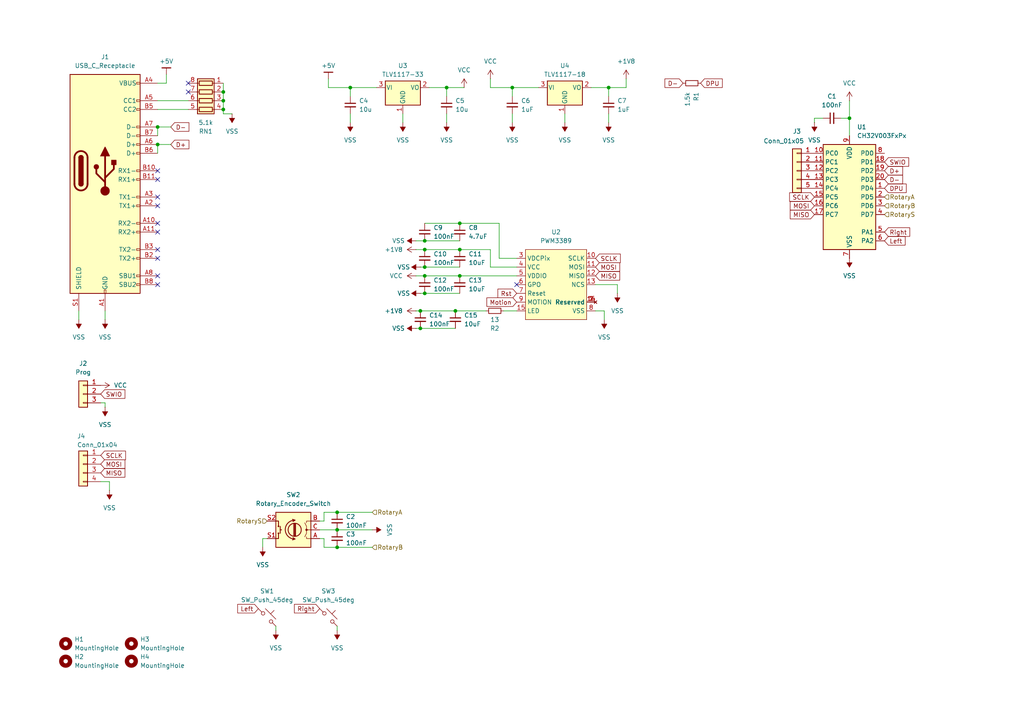
<source format=kicad_sch>
(kicad_sch (version 20231120) (generator "eeschema") (generator_version "8.0")
  (paper "A4")
  (lib_symbols
    (symbol "Connector:USB_C_Receptacle" (pin_names (offset 1.016))
      (property "Reference" "J" (at -10.16 29.21 0))
      (property "Value" "USB_C_Receptacle" (at 10.16 29.21 0))
      (symbol "USB_C_Receptacle_0_0"
        (rectangle (start -0.254 -35.56) (end 0.254 -34.544))
        (rectangle (start 10.16 -32.766) (end 9.144 -33.274))
        (rectangle (start 10.16 -30.226) (end 9.144 -30.734))
        (rectangle (start 10.16 -25.146) (end 9.144 -25.654))
        (rectangle (start 10.16 -22.606) (end 9.144 -23.114))
        (rectangle (start 10.16 -17.526) (end 9.144 -18.034))
        (rectangle (start 10.16 -14.986) (end 9.144 -15.494))
        (rectangle (start 10.16 -9.906) (end 9.144 -10.414))
        (rectangle (start 10.16 -7.366) (end 9.144 -7.874))
        (rectangle (start 10.16 -2.286) (end 9.144 -2.794))
        (rectangle (start 10.16 0.254) (end 9.144 -0.254))
        (rectangle (start 10.16 5.334) (end 9.144 4.826))
        (rectangle (start 10.16 7.874) (end 9.144 7.366))
        (rectangle (start 10.16 10.414) (end 9.144 9.906))
        (rectangle (start 10.16 12.954) (end 9.144 12.446))
        (rectangle (start 10.16 18.034) (end 9.144 17.526))
        (rectangle (start 10.16 20.574) (end 9.144 20.066))
        (rectangle (start 10.16 25.654) (end 9.144 25.146))
      )
      (symbol "USB_C_Receptacle_0_1"
        (rectangle (start -10.16 27.94) (end 10.16 -35.56) (stroke (width 0.254)) (fill (type background)))
        (arc (start -8.89 -3.81) (mid -6.985 -5.7067) (end -5.08 -3.81) (stroke (width 0.508)))
        (arc (start -7.62 -3.81) (mid -6.985 -4.4423) (end -6.35 -3.81) (stroke (width 0.254)))
        (arc (start -7.62 -3.81) (mid -6.985 -4.4423) (end -6.35 -3.81) (stroke (width 0.254)) (fill (type outline)))
        (rectangle (start -7.62 -3.81) (end -6.35 3.81) (stroke (width 0.254)) (fill (type outline)))
        (arc (start -6.35 3.81) (mid -6.985 4.4423) (end -7.62 3.81) (stroke (width 0.254)))
        (arc (start -6.35 3.81) (mid -6.985 4.4423) (end -7.62 3.81) (stroke (width 0.254)) (fill (type outline)))
        (arc (start -5.08 3.81) (mid -6.985 5.7067) (end -8.89 3.81) (stroke (width 0.508)))
        (polyline (pts (xy -8.89 -3.81) (xy -8.89 3.81)) (stroke (width 0.508)))
        (polyline (pts (xy -5.08 3.81) (xy -5.08 -3.81)) (stroke (width 0.508)))
      )
      (symbol "USB_C_Receptacle_1_1"
        (circle (center -2.54 1.143) (radius 0.635) (stroke (width 0.254)) (fill (type outline)))
        (circle (center 0 -5.842) (radius 1.27) (fill (type outline)))
        (polyline (pts (xy 0 -5.842) (xy 0 4.318)) (stroke (width 0.508)))
        (polyline (pts (xy 0 -3.302) (xy -2.54 -0.762) (xy -2.54 0.508)) (stroke (width 0.508)))
        (polyline (pts (xy 0 -2.032) (xy 2.54 0.508) (xy 2.54 1.778)) (stroke (width 0.508)))
        (polyline (pts (xy -1.27 4.318) (xy 0 6.858) (xy 1.27 4.318) (xy -1.27 4.318)) (stroke (width 0.254)) (fill (type outline)))
        (rectangle (start 1.905 1.778) (end 3.175 3.048) (stroke (width 0.254)) (fill (type outline)))
        (pin passive line (at 0 -40.64 90) (length 5.08) (name "GND") (number "A1"))
        (pin bidirectional line (at 15.24 -15.24 180) (length 5.08) (name "RX2-") (number "A10"))
        (pin bidirectional line (at 15.24 -17.78 180) (length 5.08) (name "RX2+") (number "A11"))
        (pin passive line (at 0 -40.64 90) (length 5.08) hide (name "GND") (number "A12"))
        (pin bidirectional line (at 15.24 -10.16 180) (length 5.08) (name "TX1+") (number "A2"))
        (pin bidirectional line (at 15.24 -7.62 180) (length 5.08) (name "TX1-") (number "A3"))
        (pin passive line (at 15.24 25.4 180) (length 5.08) (name "VBUS") (number "A4"))
        (pin bidirectional line (at 15.24 20.32 180) (length 5.08) (name "CC1") (number "A5"))
        (pin bidirectional line (at 15.24 7.62 180) (length 5.08) (name "D+") (number "A6"))
        (pin bidirectional line (at 15.24 12.7 180) (length 5.08) (name "D-") (number "A7"))
        (pin bidirectional line (at 15.24 -30.48 180) (length 5.08) (name "SBU1") (number "A8"))
        (pin passive line (at 15.24 25.4 180) (length 5.08) hide (name "VBUS") (number "A9"))
        (pin passive line (at 0 -40.64 90) (length 5.08) hide (name "GND") (number "B1"))
        (pin bidirectional line (at 15.24 0 180) (length 5.08) (name "RX1-") (number "B10"))
        (pin bidirectional line (at 15.24 -2.54 180) (length 5.08) (name "RX1+") (number "B11"))
        (pin passive line (at 0 -40.64 90) (length 5.08) hide (name "GND") (number "B12"))
        (pin bidirectional line (at 15.24 -25.4 180) (length 5.08) (name "TX2+") (number "B2"))
        (pin bidirectional line (at 15.24 -22.86 180) (length 5.08) (name "TX2-") (number "B3"))
        (pin passive line (at 15.24 25.4 180) (length 5.08) hide (name "VBUS") (number "B4"))
        (pin bidirectional line (at 15.24 17.78 180) (length 5.08) (name "CC2") (number "B5"))
        (pin bidirectional line (at 15.24 5.08 180) (length 5.08) (name "D+") (number "B6"))
        (pin bidirectional line (at 15.24 10.16 180) (length 5.08) (name "D-") (number "B7"))
        (pin bidirectional line (at 15.24 -33.02 180) (length 5.08) (name "SBU2") (number "B8"))
        (pin passive line (at 15.24 25.4 180) (length 5.08) hide (name "VBUS") (number "B9"))
        (pin passive line (at -7.62 -40.64 90) (length 5.08) (name "SHIELD") (number "S1"))
      )
    )
    (symbol "Connector_Generic:Conn_01x03" (pin_names (offset 1.016) hide)
      (property "Reference" "J" (at 0 5.08 0))
      (property "Value" "Conn_01x03" (at 0 -5.08 0))
      (symbol "Conn_01x03_1_1"
        (rectangle (start -1.27 -2.413) (end 0 -2.667) (stroke (width 0.1524)))
        (rectangle (start -1.27 0.127) (end 0 -0.127) (stroke (width 0.1524)))
        (rectangle (start -1.27 2.667) (end 0 2.413) (stroke (width 0.1524)))
        (rectangle (start -1.27 3.81) (end 1.27 -3.81) (stroke (width 0.254)) (fill (type background)))
        (pin passive line (at -5.08 2.54 0) (length 3.81) (name "Pin_1") (number "1"))
        (pin passive line (at -5.08 0 0) (length 3.81) (name "Pin_2") (number "2"))
        (pin passive line (at -5.08 -2.54 0) (length 3.81) (name "Pin_3") (number "3"))
      )
    )
    (symbol "Connector_Generic:Conn_01x04" (pin_names (offset 1.016) hide)
      (property "Reference" "J" (at 0 5.08 0))
      (property "Value" "Conn_01x04" (at 0 -7.62 0))
      (symbol "Conn_01x04_1_1"
        (rectangle (start -1.27 -4.953) (end 0 -5.207) (stroke (width 0.1524)))
        (rectangle (start -1.27 -2.413) (end 0 -2.667) (stroke (width 0.1524)))
        (rectangle (start -1.27 0.127) (end 0 -0.127) (stroke (width 0.1524)))
        (rectangle (start -1.27 2.667) (end 0 2.413) (stroke (width 0.1524)))
        (rectangle (start -1.27 3.81) (end 1.27 -6.35) (stroke (width 0.254)) (fill (type background)))
        (pin passive line (at -5.08 2.54 0) (length 3.81) (name "Pin_1") (number "1"))
        (pin passive line (at -5.08 0 0) (length 3.81) (name "Pin_2") (number "2"))
        (pin passive line (at -5.08 -2.54 0) (length 3.81) (name "Pin_3") (number "3"))
        (pin passive line (at -5.08 -5.08 0) (length 3.81) (name "Pin_4") (number "4"))
      )
    )
    (symbol "Connector_Generic:Conn_01x05" (pin_names (offset 1.016) hide)
      (property "Reference" "J" (at 0 7.62 0))
      (property "Value" "Conn_01x05" (at 0 -7.62 0))
      (symbol "Conn_01x05_1_1"
        (rectangle (start -1.27 -4.953) (end 0 -5.207) (stroke (width 0.1524)))
        (rectangle (start -1.27 -2.413) (end 0 -2.667) (stroke (width 0.1524)))
        (rectangle (start -1.27 0.127) (end 0 -0.127) (stroke (width 0.1524)))
        (rectangle (start -1.27 2.667) (end 0 2.413) (stroke (width 0.1524)))
        (rectangle (start -1.27 5.207) (end 0 4.953) (stroke (width 0.1524)))
        (rectangle (start -1.27 6.35) (end 1.27 -6.35) (stroke (width 0.254)) (fill (type background)))
        (pin passive line (at -5.08 5.08 0) (length 3.81) (name "Pin_1") (number "1"))
        (pin passive line (at -5.08 2.54 0) (length 3.81) (name "Pin_2") (number "2"))
        (pin passive line (at -5.08 0 0) (length 3.81) (name "Pin_3") (number "3"))
        (pin passive line (at -5.08 -2.54 0) (length 3.81) (name "Pin_4") (number "4"))
        (pin passive line (at -5.08 -5.08 0) (length 3.81) (name "Pin_5") (number "5"))
      )
    )
    (symbol "Device:C_Small" (pin_numbers hide) (pin_names (offset 0.254) hide)
      (property "Reference" "C" (at 0.254 1.778 0))
      (property "Value" "C_Small" (at 0.254 -2.032 0))
      (symbol "C_Small_0_1"
        (polyline (pts (xy -1.524 -0.508) (xy 1.524 -0.508)) (stroke (width 0.3302)))
        (polyline (pts (xy -1.524 0.508) (xy 1.524 0.508)) (stroke (width 0.3048)))
      )
      (symbol "C_Small_1_1"
        (pin passive line (at 0 2.54 270) (length 2.032) (name "~") (number "1"))
        (pin passive line (at 0 -2.54 90) (length 2.032) (name "~") (number "2"))
      )
    )
    (symbol "Device:R_Pack04" (pin_names (offset 0) hide)
      (property "Reference" "RN" (at -7.62 0 90))
      (property "Value" "R_Pack04" (at 5.08 0 90))
      (symbol "R_Pack04_0_1"
        (rectangle (start -6.35 -2.413) (end 3.81 2.413) (stroke (width 0.254)) (fill (type background)))
        (rectangle (start -5.715 1.905) (end -4.445 -1.905) (stroke (width 0.254)))
        (rectangle (start -3.175 1.905) (end -1.905 -1.905) (stroke (width 0.254)))
        (rectangle (start -0.635 1.905) (end 0.635 -1.905) (stroke (width 0.254)))
        (polyline (pts (xy -5.08 -2.54) (xy -5.08 -1.905)))
        (polyline (pts (xy -5.08 1.905) (xy -5.08 2.54)))
        (polyline (pts (xy -2.54 -2.54) (xy -2.54 -1.905)))
        (polyline (pts (xy -2.54 1.905) (xy -2.54 2.54)))
        (polyline (pts (xy 0 -2.54) (xy 0 -1.905)))
        (polyline (pts (xy 0 1.905) (xy 0 2.54)))
        (polyline (pts (xy 2.54 -2.54) (xy 2.54 -1.905)))
        (polyline (pts (xy 2.54 1.905) (xy 2.54 2.54)))
        (rectangle (start 1.905 1.905) (end 3.175 -1.905) (stroke (width 0.254)))
      )
      (symbol "R_Pack04_1_1"
        (pin passive line (at -5.08 -5.08 90) (length 2.54) (name "R1.1") (number "1"))
        (pin passive line (at -2.54 -5.08 90) (length 2.54) (name "R2.1") (number "2"))
        (pin passive line (at 0 -5.08 90) (length 2.54) (name "R3.1") (number "3"))
        (pin passive line (at 2.54 -5.08 90) (length 2.54) (name "R4.1") (number "4"))
        (pin passive line (at 2.54 5.08 270) (length 2.54) (name "R4.2") (number "5"))
        (pin passive line (at 0 5.08 270) (length 2.54) (name "R3.2") (number "6"))
        (pin passive line (at -2.54 5.08 270) (length 2.54) (name "R2.2") (number "7"))
        (pin passive line (at -5.08 5.08 270) (length 2.54) (name "R1.2") (number "8"))
      )
    )
    (symbol "Device:R_Small" (pin_numbers hide) (pin_names (offset 0.254) hide)
      (property "Reference" "R" (at 0.762 0.508 0))
      (property "Value" "R_Small" (at 0.762 -1.016 0))
      (symbol "R_Small_0_1"
        (rectangle (start -0.762 1.778) (end 0.762 -1.778) (stroke (width 0.2032)))
      )
      (symbol "R_Small_1_1"
        (pin passive line (at 0 2.54 270) (length 0.762) (name "~") (number "1"))
        (pin passive line (at 0 -2.54 90) (length 0.762) (name "~") (number "2"))
      )
    )
    (symbol "Device:Rotary_Encoder_Switch" (pin_names (offset 0.254) hide)
      (property "Reference" "SW" (at 0 6.604 0))
      (property "Value" "Rotary_Encoder_Switch" (at 0 -6.604 0))
      (symbol "Rotary_Encoder_Switch_0_1"
        (rectangle (start -5.08 5.08) (end 5.08 -5.08) (stroke (width 0.254)) (fill (type background)))
        (circle (center -3.81 0) (radius 0.254) (fill (type outline)))
        (arc (start -0.381 -2.794) (mid 2.3376 -0.0635) (end -0.381 2.667) (stroke (width 0.254)))
        (circle (center -0.381 0) (radius 1.905) (stroke (width 0.254)))
        (polyline (pts (xy -0.635 -1.778) (xy -0.635 1.778)) (stroke (width 0.254)))
        (polyline (pts (xy -0.381 -1.778) (xy -0.381 1.778)) (stroke (width 0.254)))
        (polyline (pts (xy -0.127 1.778) (xy -0.127 -1.778)) (stroke (width 0.254)))
        (polyline (pts (xy 3.81 0) (xy 3.429 0)) (stroke (width 0.254)))
        (polyline (pts (xy 3.81 1.016) (xy 3.81 -1.016)) (stroke (width 0.254)))
        (polyline (pts (xy -5.08 -2.54) (xy -3.81 -2.54) (xy -3.81 -2.032)))
        (polyline (pts (xy -5.08 2.54) (xy -3.81 2.54) (xy -3.81 2.032)))
        (polyline (pts (xy 0.254 -3.048) (xy -0.508 -2.794) (xy 0.127 -2.413)) (stroke (width 0.254)))
        (polyline (pts (xy 0.254 2.921) (xy -0.508 2.667) (xy 0.127 2.286)) (stroke (width 0.254)))
        (polyline (pts (xy 5.08 -2.54) (xy 4.318 -2.54) (xy 4.318 -1.016)) (stroke (width 0.254)))
        (polyline (pts (xy 5.08 2.54) (xy 4.318 2.54) (xy 4.318 1.016)) (stroke (width 0.254)))
        (polyline (pts (xy -5.08 0) (xy -3.81 0) (xy -3.81 -1.016) (xy -3.302 -2.032)))
        (polyline (pts (xy -4.318 0) (xy -3.81 0) (xy -3.81 1.016) (xy -3.302 2.032)))
        (circle (center 4.318 -1.016) (radius 0.127) (stroke (width 0.254)))
        (circle (center 4.318 1.016) (radius 0.127) (stroke (width 0.254)))
      )
      (symbol "Rotary_Encoder_Switch_1_1"
        (pin passive line (at -7.62 2.54 0) (length 2.54) (name "A") (number "A"))
        (pin passive line (at -7.62 -2.54 0) (length 2.54) (name "B") (number "B"))
        (pin passive line (at -7.62 0 0) (length 2.54) (name "C") (number "C"))
        (pin passive line (at 7.62 2.54 180) (length 2.54) (name "S1") (number "S1"))
        (pin passive line (at 7.62 -2.54 180) (length 2.54) (name "S2") (number "S2"))
      )
    )
    (symbol "MCU_WCH_CH32V0:CH32V003FxPx"
      (property "Reference" "U" (at -7.62 17.78 0))
      (property "Value" "CH32V003FxPx" (at 7.62 17.78 0))
      (symbol "CH32V003FxPx_1_1"
        (rectangle (start -7.62 15.24) (end 7.62 -15.24) (stroke (width 0.254)) (fill (type background)))
        (pin bidirectional line (at 10.16 2.54 180) (length 2.54) (name "PD4") (number "1"))
        (pin bidirectional line (at -10.16 12.7 0) (length 2.54) (name "PC0") (number "10"))
        (pin bidirectional line (at -10.16 10.16 0) (length 2.54) (name "PC1") (number "11"))
        (pin bidirectional line (at -10.16 7.62 0) (length 2.54) (name "PC2") (number "12"))
        (pin bidirectional line (at -10.16 5.08 0) (length 2.54) (name "PC3") (number "13"))
        (pin bidirectional line (at -10.16 2.54 0) (length 2.54) (name "PC4") (number "14"))
        (pin bidirectional line (at -10.16 0 0) (length 2.54) (name "PC5") (number "15"))
        (pin bidirectional line (at -10.16 -2.54 0) (length 2.54) (name "PC6") (number "16"))
        (pin bidirectional line (at -10.16 -5.08 0) (length 2.54) (name "PC7") (number "17"))
        (pin bidirectional line (at 10.16 10.16 180) (length 2.54) (name "PD1") (number "18"))
        (pin bidirectional line (at 10.16 7.62 180) (length 2.54) (name "PD2") (number "19"))
        (pin bidirectional line (at 10.16 0 180) (length 2.54) (name "PD5") (number "2"))
        (pin bidirectional line (at 10.16 5.08 180) (length 2.54) (name "PD3") (number "20"))
        (pin bidirectional line (at 10.16 -2.54 180) (length 2.54) (name "PD6") (number "3"))
        (pin bidirectional line (at 10.16 -5.08 180) (length 2.54) (name "PD7") (number "4"))
        (pin bidirectional line (at 10.16 -10.16 180) (length 2.54) (name "PA1") (number "5"))
        (pin bidirectional line (at 10.16 -12.7 180) (length 2.54) (name "PA2") (number "6"))
        (pin power_in line (at 0 -17.78 90) (length 2.54) (name "VSS") (number "7"))
        (pin bidirectional line (at 10.16 12.7 180) (length 2.54) (name "PD0") (number "8"))
        (pin power_in line (at 0 17.78 270) (length 2.54) (name "VDD") (number "9"))
      )
    )
    (symbol "Mechanical:MountingHole" (pin_names (offset 1.016))
      (property "Reference" "H" (at 0 5.08 0))
      (property "Value" "MountingHole" (at 0 3.175 0))
      (symbol "MountingHole_0_1"
        (circle (center 0 0) (radius 1.27) (stroke (width 1.27)))
      )
    )
    (symbol "Regulator_Linear:TLV1117-33" (pin_names (offset 0.254))
      (property "Reference" "U" (at -3.81 3.175 0))
      (property "Value" "TLV1117-33" (at 0 3.175 0))
      (symbol "TLV1117-33_0_1"
        (rectangle (start -5.08 -5.08) (end 5.08 1.905) (stroke (width 0.254)) (fill (type background)))
      )
      (symbol "TLV1117-33_1_1"
        (pin power_in line (at 0 -7.62 90) (length 2.54) (name "GND") (number "1"))
        (pin power_out line (at 7.62 0 180) (length 2.54) (name "VO") (number "2"))
        (pin power_in line (at -7.62 0 0) (length 2.54) (name "VI") (number "3"))
      )
    )
    (symbol "Switch:SW_Push_45deg" (pin_numbers hide) (pin_names (offset 1.016) hide)
      (property "Reference" "SW" (at 3.048 1.016 0))
      (property "Value" "SW_Push_45deg" (at 0 -3.81 0))
      (symbol "SW_Push_45deg_0_1"
        (circle (center -1.1684 1.1684) (radius 0.508))
        (polyline (pts (xy -0.508 2.54) (xy 2.54 -0.508)))
        (polyline (pts (xy 1.016 1.016) (xy 2.032 2.032)))
        (polyline (pts (xy -2.54 2.54) (xy -1.524 1.524) (xy -1.524 1.524)))
        (polyline (pts (xy 1.524 -1.524) (xy 2.54 -2.54) (xy 2.54 -2.54) (xy 2.54 -2.54)))
        (circle (center 1.143 -1.1938) (radius 0.508))
        (pin passive line (at -2.54 2.54 0) (length 0) (name "1") (number "1"))
        (pin passive line (at 2.54 -2.54 180) (length 0) (name "2") (number "2"))
      )
    )
    (symbol "UE_Module:PMW3389"
      (property "Reference" "U" (at -11.43 15.24 0))
      (property "Value" "PWM3389" (at -7.874 12.954 0))
      (symbol "PMW3389_1_1"
        (rectangle (start -12.7 11.43) (end 5.08 -8.89) (fill (type background)))
        (pin no_connect line (at 7.62 -3.81 180) (length 2.54) (name "Reserved") (number "1"))
        (pin input line (at 7.62 8.89 180) (length 2.54) (name "SCLK") (number "10"))
        (pin input line (at 7.62 6.35 180) (length 2.54) (name "MOSI") (number "11"))
        (pin input line (at 7.62 3.81 180) (length 2.54) (name "MISO") (number "12"))
        (pin input line (at 7.62 1.27 180) (length 2.54) (name "NCS") (number "13"))
        (pin no_connect line (at 7.62 -3.81 180) (length 2.54) (name "Reserved") (number "14"))
        (pin input line (at -15.24 -6.35 0) (length 2.54) (name "LED") (number "15"))
        (pin no_connect line (at 7.62 -3.81 180) (length 2.54) (name "Reserved") (number "16"))
        (pin no_connect line (at 7.62 -3.81 180) (length 2.54) (name "Reserved") (number "2"))
        (pin input line (at -15.24 8.89 0) (length 2.54) (name "VDCPix") (number "3"))
        (pin input line (at -15.24 6.35 0) (length 2.54) (name "VCC") (number "4"))
        (pin input line (at -15.24 3.81 0) (length 2.54) (name "VDDIO") (number "5"))
        (pin input line (at -15.24 1.27 0) (length 2.54) (name "GPO") (number "6"))
        (pin input line (at -15.24 -1.27 0) (length 2.54) (name "Reset") (number "7"))
        (pin input line (at 7.62 -6.35 180) (length 2.54) (name "VSS") (number "8"))
        (pin input line (at -15.24 -3.81 0) (length 2.54) (name "MOTION") (number "9"))
      )
    )
    (symbol "gkl_power:+5V" (power) (pin_names (offset 0))
      (property "Value" "+5V" (at 0 3.175 0))
      (symbol "+5V_0_1"
        (polyline (pts (xy -1.27 1.905) (xy 1.27 1.905)) (stroke (width 0.3048)))
        (polyline (pts (xy 0 0) (xy 0 1.905)))
      )
      (symbol "+5V_1_1"
        (pin power_in line (at 0 0 90) (length 0) hide (name "+5V") (number "1"))
      )
    )
    (symbol "power:+1V8" (power) (pin_numbers hide) (pin_names (offset 0) hide)
      (property "Value" "+1V8" (at 0 3.556 0))
      (symbol "+1V8_0_1"
        (polyline (pts (xy -0.762 1.27) (xy 0 2.54)))
        (polyline (pts (xy 0 0) (xy 0 2.54)))
        (polyline (pts (xy 0 2.54) (xy 0.762 1.27)))
      )
      (symbol "+1V8_1_1"
        (pin power_in line (at 0 0 90) (length 0) (name "~") (number "1"))
      )
    )
    (symbol "power:VCC" (power) (pin_numbers hide) (pin_names (offset 0) hide)
      (property "Value" "VCC" (at 0 3.556 0))
      (symbol "VCC_0_1"
        (polyline (pts (xy -0.762 1.27) (xy 0 2.54)))
        (polyline (pts (xy 0 0) (xy 0 2.54)))
        (polyline (pts (xy 0 2.54) (xy 0.762 1.27)))
      )
      (symbol "VCC_1_1"
        (pin power_in line (at 0 0 90) (length 0) (name "~") (number "1"))
      )
    )
    (symbol "power:VSS" (power) (pin_numbers hide) (pin_names (offset 0) hide)
      (property "Value" "VSS" (at 0 3.556 0))
      (symbol "VSS_0_1"
        (polyline (pts (xy 0 0) (xy 0 2.54)))
        (polyline (pts (xy 0.762 1.27) (xy -0.762 1.27) (xy 0 2.54) (xy 0.762 1.27)) (fill (type outline)))
      )
      (symbol "VSS_1_1"
        (pin power_in line (at 0 0 90) (length 0) (name "~") (number "1"))
      )
    )
  )
  (junction (at 97.79 153.67) (diameter 0.9144))
  (junction (at 64.77 26.67))
  (junction (at 123.19 72.39))
  (junction (at 45.72 41.91))
  (junction (at 123.19 80.01))
  (junction (at 123.19 69.85))
  (junction (at 97.79 148.59) (diameter 0.9144))
  (junction (at 64.77 31.75))
  (junction (at 176.53 25.4))
  (junction (at 133.35 80.01))
  (junction (at 45.72 36.83))
  (junction (at 123.19 85.09))
  (junction (at 97.79 158.75) (diameter 0.9144))
  (junction (at 64.77 29.21))
  (junction (at 129.54 25.4))
  (junction (at 133.35 64.77))
  (junction (at 121.92 90.17))
  (junction (at 121.92 95.25))
  (junction (at 133.35 72.39))
  (junction (at 246.38 34.29))
  (junction (at 101.6 25.4))
  (junction (at 148.59 25.4))
  (junction (at 123.19 77.47))
  (junction (at 132.08 90.17))
  (no_connect (at 45.72 52.07))
  (no_connect (at 45.72 57.15))
  (no_connect (at 45.72 67.31))
  (no_connect (at 45.72 74.93))
  (no_connect (at 149.86 82.55))
  (no_connect (at 45.72 59.69))
  (no_connect (at 45.72 82.55))
  (no_connect (at 54.61 26.67))
  (no_connect (at 54.61 24.13))
  (no_connect (at 45.72 72.39))
  (no_connect (at 45.72 49.53))
  (no_connect (at 45.72 64.77))
  (no_connect (at 45.72 80.01))
  (wire (pts (xy 120.65 95.25) (xy 121.92 95.25)))
  (wire (pts (xy 236.22 35.56) (xy 236.22 34.29)))
  (wire (pts (xy 179.07 82.55) (xy 172.72 82.55)))
  (wire (pts (xy 123.19 77.47) (xy 121.92 77.47)))
  (wire (pts (xy 30.48 116.84) (xy 29.21 116.84)))
  (wire (pts (xy 120.65 72.39) (xy 123.19 72.39)))
  (wire (pts (xy 236.22 34.29) (xy 238.76 34.29)))
  (wire (pts (xy 22.86 90.17) (xy 22.86 92.71)))
  (wire (pts (xy 142.24 77.47) (xy 149.86 77.47)))
  (wire (pts (xy 97.79 153.67) (xy 107.95 153.67)))
  (wire (pts (xy 181.61 22.86) (xy 181.61 25.4)))
  (wire (pts (xy 45.72 29.21) (xy 54.61 29.21)))
  (wire (pts (xy 132.08 95.25) (xy 121.92 95.25)))
  (wire (pts (xy 133.35 85.09) (xy 123.19 85.09)))
  (wire (pts (xy 133.35 69.85) (xy 123.19 69.85)))
  (wire (pts (xy 133.35 80.01) (xy 149.86 80.01)))
  (wire (pts (xy 92.71 156.21) (xy 93.98 156.21)))
  (wire (pts (xy 243.84 34.29) (xy 246.38 34.29)))
  (wire (pts (xy 93.98 151.13) (xy 93.98 148.59)))
  (wire (pts (xy 45.72 36.83) (xy 45.72 39.37)))
  (wire (pts (xy 101.6 25.4) (xy 101.6 27.94)))
  (wire (pts (xy 176.53 25.4) (xy 176.53 27.94)))
  (wire (pts (xy 129.54 25.4) (xy 129.54 27.94)))
  (wire (pts (xy 132.08 90.17) (xy 140.97 90.17)))
  (wire (pts (xy 45.72 44.45) (xy 45.72 41.91)))
  (wire (pts (xy 97.79 148.59) (xy 107.95 148.59)))
  (wire (pts (xy 121.92 90.17) (xy 132.08 90.17)))
  (wire (pts (xy 142.24 22.86) (xy 142.24 25.4)))
  (wire (pts (xy 148.59 33.02) (xy 148.59 35.56)))
  (wire (pts (xy 144.78 64.77) (xy 133.35 64.77)))
  (wire (pts (xy 95.25 25.4) (xy 101.6 25.4)))
  (wire (pts (xy 120.65 80.01) (xy 123.19 80.01)))
  (wire (pts (xy 48.26 24.13) (xy 48.26 21.59)))
  (wire (pts (xy 45.72 36.83) (xy 49.53 36.83)))
  (wire (pts (xy 101.6 25.4) (xy 109.22 25.4)))
  (wire (pts (xy 95.25 22.86) (xy 95.25 25.4)))
  (wire (pts (xy 64.77 29.21) (xy 64.77 31.75)))
  (wire (pts (xy 163.83 33.02) (xy 163.83 35.56)))
  (wire (pts (xy 76.2 158.75) (xy 76.2 156.21)))
  (wire (pts (xy 142.24 77.47) (xy 142.24 72.39)))
  (wire (pts (xy 176.53 25.4) (xy 181.61 25.4)))
  (wire (pts (xy 93.98 156.21) (xy 93.98 158.75)))
  (wire (pts (xy 142.24 72.39) (xy 133.35 72.39)))
  (wire (pts (xy 101.6 33.02) (xy 101.6 35.56)))
  (wire (pts (xy 148.59 25.4) (xy 148.59 27.94)))
  (wire (pts (xy 120.65 90.17) (xy 121.92 90.17)))
  (wire (pts (xy 133.35 64.77) (xy 123.19 64.77)))
  (wire (pts (xy 129.54 33.02) (xy 129.54 35.56)))
  (wire (pts (xy 246.38 34.29) (xy 246.38 39.37)))
  (wire (pts (xy 31.75 142.24) (xy 31.75 139.7)))
  (wire (pts (xy 175.26 90.17) (xy 172.72 90.17)))
  (wire (pts (xy 93.98 148.59) (xy 97.79 148.59)))
  (wire (pts (xy 31.75 139.7) (xy 29.21 139.7)))
  (wire (pts (xy 176.53 33.02) (xy 176.53 35.56)))
  (wire (pts (xy 123.19 85.09) (xy 121.92 85.09)))
  (wire (pts (xy 124.46 25.4) (xy 129.54 25.4)))
  (wire (pts (xy 92.71 153.67) (xy 97.79 153.67)))
  (wire (pts (xy 179.07 85.09) (xy 179.07 82.55)))
  (wire (pts (xy 64.77 24.13) (xy 64.77 26.67)))
  (wire (pts (xy 80.01 181.61) (xy 80.01 182.88)))
  (wire (pts (xy 142.24 25.4) (xy 148.59 25.4)))
  (wire (pts (xy 171.45 25.4) (xy 176.53 25.4)))
  (wire (pts (xy 175.26 92.71) (xy 175.26 90.17)))
  (wire (pts (xy 30.48 90.17) (xy 30.48 92.71)))
  (wire (pts (xy 133.35 72.39) (xy 123.19 72.39)))
  (wire (pts (xy 116.84 33.02) (xy 116.84 35.56)))
  (wire (pts (xy 146.05 90.17) (xy 149.86 90.17)))
  (wire (pts (xy 133.35 77.47) (xy 123.19 77.47)))
  (wire (pts (xy 97.79 181.61) (xy 97.79 182.88)))
  (wire (pts (xy 246.38 29.21) (xy 246.38 34.29)))
  (wire (pts (xy 64.77 33.02) (xy 64.77 31.75)))
  (wire (pts (xy 45.72 41.91) (xy 49.53 41.91)))
  (wire (pts (xy 129.54 25.4) (xy 134.62 25.4)))
  (wire (pts (xy 64.77 26.67) (xy 64.77 29.21)))
  (wire (pts (xy 45.72 24.13) (xy 48.26 24.13)))
  (wire (pts (xy 92.71 151.13) (xy 93.98 151.13)))
  (wire (pts (xy 67.31 33.02) (xy 64.77 33.02)))
  (wire (pts (xy 148.59 25.4) (xy 156.21 25.4)))
  (wire (pts (xy 120.65 69.85) (xy 123.19 69.85)))
  (wire (pts (xy 45.72 31.75) (xy 54.61 31.75)))
  (wire (pts (xy 76.2 156.21) (xy 77.47 156.21)))
  (wire (pts (xy 133.35 80.01) (xy 123.19 80.01)))
  (wire (pts (xy 144.78 74.93) (xy 144.78 64.77)))
  (wire (pts (xy 93.98 158.75) (xy 97.79 158.75)))
  (wire (pts (xy 30.48 118.11) (xy 30.48 116.84)))
  (wire (pts (xy 97.79 158.75) (xy 107.95 158.75)))
  (wire (pts (xy 144.78 74.93) (xy 149.86 74.93)))
  (global_label "Left" (shape input) (at 74.93 176.53 180) (property "Intersheetrefs" "${INTERSHEET_REFS}" (effects (hide yes))))
  (global_label "Rst" (shape input) (at 149.86 85.09 180) (property "Intersheetrefs" "${INTERSHEET_REFS}" (effects (hide yes))))
  (global_label "SWIO" (shape input) (at 29.21 114.3 0) (property "Intersheetrefs" "${INTERSHEET_REFS}" (effects (hide yes))))
  (global_label "SWIO" (shape input) (at 256.54 46.99 0) (property "Intersheetrefs" "${INTERSHEET_REFS}" (effects (hide yes))))
  (global_label "Left" (shape input) (at 256.54 69.85 0) (property "Intersheetrefs" "${INTERSHEET_REFS}" (effects (hide yes))))
  (global_label "MOSI" (shape input) (at 172.72 77.47 0) (property "Intersheetrefs" "${INTERSHEET_REFS}" (effects (hide yes))))
  (global_label "MISO" (shape input) (at 236.22 62.23 180) (property "Intersheetrefs" "${INTERSHEET_REFS}" (effects (hide yes))))
  (global_label "MISO" (shape input) (at 29.21 137.16 0) (property "Intersheetrefs" "${INTERSHEET_REFS}" (effects (hide yes))))
  (global_label "D-" (shape input) (at 256.54 52.07 0) (property "Intersheetrefs" "${INTERSHEET_REFS}" (effects (hide yes))))
  (global_label "Right" (shape input) (at 92.71 176.53 180) (property "Intersheetrefs" "${INTERSHEET_REFS}" (effects (hide yes))))
  (global_label "MISO" (shape input) (at 172.72 80.01 0) (property "Intersheetrefs" "${INTERSHEET_REFS}" (effects (hide yes))))
  (global_label "SCLK" (shape input) (at 236.22 57.15 180) (property "Intersheetrefs" "${INTERSHEET_REFS}" (effects (hide yes))))
  (global_label "MOSI" (shape input) (at 236.22 59.69 180) (property "Intersheetrefs" "${INTERSHEET_REFS}" (effects (hide yes))))
  (global_label "Right" (shape input) (at 256.54 67.31 0) (property "Intersheetrefs" "${INTERSHEET_REFS}" (effects (hide yes))))
  (global_label "D-" (shape input) (at 198.12 24.13 180) (property "Intersheetrefs" "${INTERSHEET_REFS}" (effects (hide yes))))
  (global_label "D+" (shape input) (at 256.54 49.53 0) (property "Intersheetrefs" "${INTERSHEET_REFS}" (effects (hide yes))))
  (global_label "SCLK" (shape input) (at 29.21 132.08 0) (property "Intersheetrefs" "${INTERSHEET_REFS}" (effects (hide yes))))
  (global_label "D+" (shape input) (at 49.53 41.91 0) (property "Intersheetrefs" "${INTERSHEET_REFS}" (effects (hide yes))))
  (global_label "DPU" (shape input) (at 203.2 24.13 0) (property "Intersheetrefs" "${INTERSHEET_REFS}" (effects (hide yes))))
  (global_label "SCLK" (shape input) (at 172.72 74.93 0) (property "Intersheetrefs" "${INTERSHEET_REFS}" (effects (hide yes))))
  (global_label "D-" (shape input) (at 49.53 36.83 0) (property "Intersheetrefs" "${INTERSHEET_REFS}" (effects (hide yes))))
  (global_label "DPU" (shape input) (at 256.54 54.61 0) (property "Intersheetrefs" "${INTERSHEET_REFS}" (effects (hide yes))))
  (global_label "Motion" (shape input) (at 149.86 87.63 180) (property "Intersheetrefs" "${INTERSHEET_REFS}" (effects (hide yes))))
  (global_label "MOSI" (shape input) (at 29.21 134.62 0) (property "Intersheetrefs" "${INTERSHEET_REFS}" (effects (hide yes))))
  (hierarchical_label "RotaryA" (shape input) (at 256.54 57.15 0))
  (hierarchical_label "RotaryB" (shape input) (at 256.54 59.69 0))
  (hierarchical_label "RotaryA" (shape input) (at 107.95 148.59 0))
  (hierarchical_label "RotaryB" (shape input) (at 107.95 158.75 0))
  (hierarchical_label "RotaryS" (shape input) (at 256.54 62.23 0))
  (hierarchical_label "RotaryS" (shape input) (at 77.47 151.13 180))
  (symbol (lib_id "Device:C_Small") (at 101.6 30.48 0) (unit 1)
    (property "Reference" "C4" (at 104.14 29.2163 0) (effects (justify left)))
    (property "Value" "10u" (at 104.14 31.7563 0) (effects (justify left)))
    (property "Footprint" "Capacitor_SMD:C_0805_2012Metric" (effects (hide yes)))
  )
  (symbol (lib_id "power:VCC") (at 29.21 111.76 270) (mirror x) (unit 1)
    (property "Reference" "#PWR019" (effects (hide yes)))
    (property "Value" "VCC" (at 33.02 111.76 90) (effects (justify left)))
  )
  (symbol (lib_id "Device:C_Small") (at 97.79 151.13 0) (unit 1)
    (property "Reference" "C2" (at 100.33 149.86 0) (effects (justify left)))
    (property "Value" "100nF" (at 100.33 152.4 0) (effects (justify left)))
    (property "Footprint" "Capacitor_SMD:C_0805_2012Metric" (effects (hide yes)))
  )
  (symbol (lib_id "power:VSS") (at 101.6 35.56 180) (unit 1)
    (property "Reference" "#PWR014" (effects (hide yes)))
    (property "Value" "VSS" (at 101.6 40.64 0))
  )
  (symbol (lib_id "Device:C_Small") (at 123.19 74.93 0) (unit 1)
    (property "Reference" "C10" (at 125.73 73.6662 0) (effects (justify left)))
    (property "Value" "100nF" (at 125.73 76.2062 0) (effects (justify left)))
    (property "Footprint" "Capacitor_SMD:C_0805_2012Metric" (effects (hide yes)))
    (property "Description" "Unpolarized capacitor, small symbol" (effects (hide yes)))
  )
  (symbol (lib_id "power:VSS") (at 121.92 77.47 90) (unit 1)
    (property "Reference" "#PWR028" (effects (hide yes)))
    (property "Value" "VSS" (at 117.094 77.47 90))
    (property "Description" "Power symbol creates a global label with name \"VSS\"" (effects (hide yes)))
  )
  (symbol (lib_id "Mechanical:MountingHole") (at 19.05 186.69 0) (unit 1)
    (property "Reference" "H1" (at 21.59 185.42 0) (effects (justify left)))
    (property "Value" "MountingHole" (at 21.59 187.96 0) (effects (justify left)))
    (property "Footprint" "MountingHole:MountingHole_2.2mm_M2" (effects (hide yes)))
  )
  (symbol (lib_id "power:VSS") (at 80.01 182.88 180) (unit 1)
    (property "Reference" "#PWR09" (effects (hide yes)))
    (property "Value" "VSS" (at 80.01 187.96 0))
  )
  (symbol (lib_id "gkl_power:+5V") (at 95.25 22.86 0) (unit 1)
    (property "Reference" "#PWR013" (effects (hide yes)))
    (property "Value" "+5V" (at 95.25 19.05 0))
  )
  (symbol (lib_id "Regulator_Linear:TLV1117-33") (at 116.84 25.4 0) (unit 1)
    (property "Reference" "U3" (at 116.84 19.05 0))
    (property "Value" "TLV1117-33" (at 116.84 21.59 0))
    (property "Footprint" "Package_TO_SOT_SMD:SOT-223-3_TabPin2" (effects (hide yes)))
    (property "Datasheet" "http://www.ti.com/lit/ds/symlink/tlv1117.pdf" (effects (hide yes)))
  )
  (symbol (lib_id "power:VCC") (at 246.38 29.21 0) (unit 1)
    (property "Reference" "#PWR02" (effects (hide yes)))
    (property "Value" "VCC" (at 246.38 24.13 0))
    (property "Description" "Power symbol creates a global label with name \"VCC\"" (effects (hide yes)))
  )
  (symbol (lib_id "Device:C_Small") (at 241.3 34.29 90) (unit 1)
    (property "Reference" "C1" (at 241.3063 27.94 90))
    (property "Value" "100nF" (at 241.3063 30.48 90))
    (property "Footprint" "Capacitor_SMD:C_0805_2012Metric" (effects (hide yes)))
    (property "Description" "Unpolarized capacitor, small symbol" (effects (hide yes)))
  )
  (symbol (lib_id "gkl_power:+5V") (at 48.26 21.59 0) (unit 1)
    (property "Reference" "#PWR06" (effects (hide yes)))
    (property "Value" "+5V" (at 48.26 17.78 0))
  )
  (symbol (lib_id "power:VSS") (at 163.83 35.56 180) (unit 1)
    (property "Reference" "#PWR023" (effects (hide yes)))
    (property "Value" "VSS" (at 163.83 40.64 0))
  )
  (symbol (lib_id "power:VSS") (at 121.92 85.09 90) (unit 1)
    (property "Reference" "#PWR031" (effects (hide yes)))
    (property "Value" "VSS" (at 117.094 85.09 90))
    (property "Description" "Power symbol creates a global label with name \"VSS\"" (effects (hide yes)))
  )
  (symbol (lib_id "Switch:SW_Push_45deg") (at 95.25 179.07 0) (unit 1)
    (property "Reference" "SW3" (at 95.25 171.45 0))
    (property "Value" "SW_Push_45deg" (at 95.25 173.99 0))
    (property "Footprint" "Button_Switch_Keyboard:SW_Cherry_MX_1.00u_PCB" (effects (hide yes)))
  )
  (symbol (lib_id "Mechanical:MountingHole") (at 38.1 186.69 0) (unit 1)
    (property "Reference" "H3" (at 40.64 185.42 0) (effects (justify left)))
    (property "Value" "MountingHole" (at 40.64 187.96 0) (effects (justify left)))
    (property "Footprint" "MountingHole:MountingHole_2.2mm_M2" (effects (hide yes)))
  )
  (symbol (lib_id "power:VSS") (at 179.07 85.09 180) (unit 1)
    (property "Reference" "#PWR034" (effects (hide yes)))
    (property "Value" "VSS" (at 179.07 90.17 0))
    (property "Description" "Power symbol creates a global label with name \"VSS\"" (effects (hide yes)))
  )
  (symbol (lib_id "power:VSS") (at 148.59 35.56 180) (unit 1)
    (property "Reference" "#PWR022" (effects (hide yes)))
    (property "Value" "VSS" (at 148.59 40.64 0))
  )
  (symbol (lib_id "power:+1V8") (at 120.65 72.39 90) (unit 1)
    (property "Reference" "#PWR029" (effects (hide yes)))
    (property "Value" "+1V8" (at 116.84 72.3899 90) (effects (justify left)))
    (property "Description" "Power symbol creates a global label with name \"+1V8\"" (effects (hide yes)))
  )
  (symbol (lib_id "power:VSS") (at 76.2 158.75 180) (unit 1)
    (property "Reference" "#PWR08" (effects (hide yes)))
    (property "Value" "VSS" (at 76.2 163.83 0))
  )
  (symbol (lib_id "power:VSS") (at 22.86 92.71 180) (unit 1)
    (property "Reference" "#PWR04" (effects (hide yes)))
    (property "Value" "VSS" (at 22.86 97.79 0))
  )
  (symbol (lib_id "Device:C_Small") (at 123.19 67.31 0) (unit 1)
    (property "Reference" "C9" (at 125.73 66.0462 0) (effects (justify left)))
    (property "Value" "100nF" (at 125.73 68.5862 0) (effects (justify left)))
    (property "Footprint" "Capacitor_SMD:C_0805_2012Metric" (effects (hide yes)))
    (property "Description" "Unpolarized capacitor, small symbol" (effects (hide yes)))
  )
  (symbol (lib_id "Device:R_Small") (at 200.66 24.13 270) (unit 1)
    (property "Reference" "R1" (at 201.93 26.67 0) (effects (justify left)))
    (property "Value" "1.5k" (at 199.39 26.67 0) (effects (justify left)))
    (property "Footprint" "Resistor_SMD:R_0805_2012Metric" (effects (hide yes)))
  )
  (symbol (lib_id "power:VCC") (at 134.62 25.4 0) (unit 1)
    (property "Reference" "#PWR018" (effects (hide yes)))
    (property "Value" "VCC" (at 134.62 20.32 0))
  )
  (symbol (lib_id "power:VSS") (at 246.38 74.93 180) (unit 1)
    (property "Reference" "#PWR01" (effects (hide yes)))
    (property "Value" "VSS" (at 246.38 80.01 0))
    (property "Description" "Power symbol creates a global label with name \"VSS\"" (effects (hide yes)))
  )
  (symbol (lib_id "Switch:SW_Push_45deg") (at 77.47 179.07 0) (unit 1)
    (property "Reference" "SW1" (at 77.47 171.45 0))
    (property "Value" "SW_Push_45deg" (at 77.47 173.99 0))
    (property "Footprint" "Button_Switch_Keyboard:SW_Cherry_MX_1.00u_PCB" (effects (hide yes)))
  )
  (symbol (lib_id "power:VSS") (at 176.53 35.56 180) (unit 1)
    (property "Reference" "#PWR024" (effects (hide yes)))
    (property "Value" "VSS" (at 176.53 40.64 0))
  )
  (symbol (lib_id "Connector:USB_C_Receptacle") (at 30.48 49.53 0) (unit 1)
    (property "Reference" "J1" (at 30.48 16.51 0))
    (property "Value" "USB_C_Receptacle" (at 30.48 19.05 0))
    (property "Footprint" "UE_USB:USB_C_Receptical-Jing" (effects (hide yes)))
    (property "Datasheet" "https://www.usb.org/sites/default/files/documents/usb_type-c.zip" (effects (hide yes)))
  )
  (symbol (lib_id "power:VSS") (at 120.65 95.25 90) (unit 1)
    (property "Reference" "#PWR033" (effects (hide yes)))
    (property "Value" "VSS" (at 115.57 95.25 90))
    (property "Description" "Power symbol creates a global label with name \"VSS\"" (effects (hide yes)))
  )
  (symbol (lib_id "power:VSS") (at 107.95 153.67 270) (unit 1)
    (property "Reference" "#PWR011" (effects (hide yes)))
    (property "Value" "VSS" (at 113.03 153.67 0))
  )
  (symbol (lib_id "Device:C_Small") (at 121.92 92.71 0) (unit 1)
    (property "Reference" "C14" (at 124.46 91.4462 0) (effects (justify left)))
    (property "Value" "100nF" (at 124.46 93.9862 0) (effects (justify left)))
    (property "Footprint" "Capacitor_SMD:C_0805_2012Metric" (effects (hide yes)))
    (property "Description" "Unpolarized capacitor, small symbol" (effects (hide yes)))
  )
  (symbol (lib_id "power:VCC") (at 120.65 80.01 90) (unit 1)
    (property "Reference" "#PWR030" (effects (hide yes)))
    (property "Value" "VCC" (at 116.84 80.0099 90) (effects (justify left)))
  )
  (symbol (lib_id "MCU_WCH_CH32V0:CH32V003FxPx") (at 246.38 57.15 0) (unit 1)
    (property "Reference" "U1" (at 248.5741 36.83 0) (effects (justify left)))
    (property "Value" "CH32V003FxPx" (at 248.5741 39.37 0) (effects (justify left)))
    (property "Footprint" "Package_SO:TSSOP-20_4.4x6.5mm_P0.65mm" (effects (hide yes)))
    (property "Datasheet" "https://www.wch-ic.com/products/CH32V003.html" (effects (hide yes)))
    (property "Description" "CH32V003 series are industrial-grade general-purpose microcontrollers designed based on 32-bit RISC-V instruction set and architecture. It adopts QingKe V2A core, RV32EC instruction set, and supports 2 levels of interrupt nesting. The series are mounted with rich peripheral interfaces and function modules. Its internal organizational structure meets the low-cost and low-power embedded application scenarios." (effects (hide yes)))
  )
  (symbol (lib_id "Device:Rotary_Encoder_Switch") (at 85.09 153.67 180) (unit 1)
    (property "Reference" "SW2" (at 85.09 143.51 0))
    (property "Value" "Rotary_Encoder_Switch" (at 85.09 146.05 0))
    (property "Footprint" "cafebabe:EC11L1524E03_Rotary_Encoder" (effects (hide yes)))
  )
  (symbol (lib_id "UE_Module:PMW3389") (at 165.1 83.82 0) (unit 1)
    (property "Reference" "U2" (at 161.29 67.31 0))
    (property "Value" "PWM3389" (at 161.29 69.85 0))
    (property "Footprint" "UE_Module:PMW3389" (effects (hide yes)))
  )
  (symbol (lib_id "power:VSS") (at 30.48 118.11 0) (mirror x) (unit 1)
    (property "Reference" "#PWR020" (effects (hide yes)))
    (property "Value" "VSS" (at 30.48 123.19 0))
  )
  (symbol (lib_id "Device:C_Small") (at 97.79 156.21 0) (unit 1)
    (property "Reference" "C3" (at 100.33 154.94 0) (effects (justify left)))
    (property "Value" "100nF" (at 100.33 157.48 0) (effects (justify left)))
    (property "Footprint" "Capacitor_SMD:C_0805_2012Metric" (effects (hide yes)))
  )
  (symbol (lib_id "power:VSS") (at 30.48 92.71 180) (unit 1)
    (property "Reference" "#PWR05" (effects (hide yes)))
    (property "Value" "VSS" (at 30.48 97.79 0))
  )
  (symbol (lib_id "Device:C_Small") (at 133.35 82.55 0) (unit 1)
    (property "Reference" "C13" (at 135.89 81.2862 0) (effects (justify left)))
    (property "Value" "10uF" (at 135.89 83.8262 0) (effects (justify left)))
    (property "Footprint" "Capacitor_SMD:C_0805_2012Metric" (effects (hide yes)))
    (property "Description" "Unpolarized capacitor, small symbol" (effects (hide yes)))
  )
  (symbol (lib_id "power:VSS") (at 97.79 182.88 180) (unit 1)
    (property "Reference" "#PWR010" (effects (hide yes)))
    (property "Value" "VSS" (at 97.79 187.96 0))
  )
  (symbol (lib_id "Device:C_Small") (at 133.35 67.31 0) (unit 1)
    (property "Reference" "C8" (at 135.89 66.0462 0) (effects (justify left)))
    (property "Value" "4.7uF" (at 135.89 68.5862 0) (effects (justify left)))
    (property "Footprint" "Capacitor_SMD:C_0805_2012Metric" (effects (hide yes)))
    (property "Description" "Unpolarized capacitor, small symbol" (effects (hide yes)))
  )
  (symbol (lib_id "power:+1V8") (at 120.65 90.17 90) (unit 1)
    (property "Reference" "#PWR032" (effects (hide yes)))
    (property "Value" "+1V8" (at 116.84 90.1699 90) (effects (justify left)))
    (property "Description" "Power symbol creates a global label with name \"+1V8\"" (effects (hide yes)))
  )
  (symbol (lib_id "power:VSS") (at 236.22 35.56 180) (unit 1)
    (property "Reference" "#PWR03" (effects (hide yes)))
    (property "Value" "VSS" (at 236.22 40.64 0))
    (property "Description" "Power symbol creates a global label with name \"VSS\"" (effects (hide yes)))
  )
  (symbol (lib_id "Device:R_Pack04") (at 59.69 29.21 90) (mirror x) (unit 1)
    (property "Reference" "RN1" (at 59.69 38.1 90))
    (property "Value" "5.1k" (at 59.69 35.56 90))
    (property "Footprint" "Resistor_SMD:R_Array_Convex_4x0603" (effects (hide yes)))
  )
  (symbol (lib_id "Mechanical:MountingHole") (at 19.05 191.77 0) (unit 1)
    (property "Reference" "H2" (at 21.59 190.5 0) (effects (justify left)))
    (property "Value" "MountingHole" (at 21.59 193.04 0) (effects (justify left)))
    (property "Footprint" "MountingHole:MountingHole_2.2mm_M2" (effects (hide yes)))
  )
  (symbol (lib_id "power:VCC") (at 142.24 22.86 0) (unit 1)
    (property "Reference" "#PWR021" (effects (hide yes)))
    (property "Value" "VCC" (at 142.24 17.78 0))
  )
  (symbol (lib_id "Regulator_Linear:TLV1117-33") (at 163.83 25.4 0) (unit 1)
    (property "Reference" "U4" (at 163.83 19.05 0))
    (property "Value" "TLV1117-18" (at 163.83 21.59 0))
    (property "Footprint" "Package_TO_SOT_SMD:SOT-23" (effects (hide yes)))
    (property "Datasheet" "http://www.ti.com/lit/ds/symlink/tlv1117.pdf" (effects (hide yes)))
  )
  (symbol (lib_id "power:VSS") (at 67.31 33.02 180) (unit 1)
    (property "Reference" "#PWR07" (effects (hide yes)))
    (property "Value" "VSS" (at 67.31 38.1 0))
  )
  (symbol (lib_id "power:VSS") (at 31.75 142.24 0) (mirror x) (unit 1)
    (property "Reference" "#PWR035" (effects (hide yes)))
    (property "Value" "VSS" (at 31.75 147.32 0))
    (property "Description" "Power symbol creates a global label with name \"VSS\"" (effects (hide yes)))
  )
  (symbol (lib_id "power:VSS") (at 175.26 92.71 180) (unit 1)
    (property "Reference" "#PWR025" (effects (hide yes)))
    (property "Value" "VSS" (at 175.26 97.79 0))
    (property "Description" "Power symbol creates a global label with name \"VSS\"" (effects (hide yes)))
  )
  (symbol (lib_id "Device:C_Small") (at 176.53 30.48 0) (unit 1)
    (property "Reference" "C7" (at 179.07 29.2162 0) (effects (justify left)))
    (property "Value" "1uF" (at 179.07 31.7562 0) (effects (justify left)))
    (property "Footprint" "Capacitor_SMD:C_0805_2012Metric" (effects (hide yes)))
  )
  (symbol (lib_id "power:VSS") (at 116.84 35.56 180) (unit 1)
    (property "Reference" "#PWR016" (effects (hide yes)))
    (property "Value" "VSS" (at 116.84 40.64 0))
  )
  (symbol (lib_id "Device:C_Small") (at 133.35 74.93 0) (unit 1)
    (property "Reference" "C11" (at 135.89 73.6662 0) (effects (justify left)))
    (property "Value" "10uF" (at 135.89 76.2062 0) (effects (justify left)))
    (property "Footprint" "Capacitor_SMD:C_0805_2012Metric" (effects (hide yes)))
    (property "Description" "Unpolarized capacitor, small symbol" (effects (hide yes)))
  )
  (symbol (lib_id "Connector_Generic:Conn_01x04") (at 24.13 134.62 0) (mirror y) (unit 1)
    (property "Reference" "J4" (at 22.352 126.492 0) (effects (justify right)))
    (property "Value" "Conn_01x04" (at 22.352 129.032 0) (effects (justify right)))
    (property "Footprint" "Connector_PinHeader_2.54mm:PinHeader_1x04_P2.54mm_Vertical" (effects (hide yes)))
    (property "Description" "Generic connector, single row, 01x04, script generated (kicad-library-utils/schlib/autogen/connector/)" (effects (hide yes)))
  )
  (symbol (lib_id "Connector_Generic:Conn_01x03") (at 24.13 114.3 0) (mirror y) (unit 1)
    (property "Reference" "J2" (at 24.13 105.41 0))
    (property "Value" "Prog" (at 24.13 107.95 0))
    (property "Footprint" "Connector_PinHeader_2.54mm:PinHeader_1x03_P2.54mm_Vertical" (effects (hide yes)))
  )
  (symbol (lib_id "Device:C_Small") (at 148.59 30.48 0) (unit 1)
    (property "Reference" "C6" (at 151.13 29.2162 0) (effects (justify left)))
    (property "Value" "1uF" (at 151.13 31.7562 0) (effects (justify left)))
    (property "Footprint" "Capacitor_SMD:C_0805_2012Metric" (effects (hide yes)))
  )
  (symbol (lib_id "Mechanical:MountingHole") (at 38.1 191.77 0) (unit 1)
    (property "Reference" "H4" (at 40.64 190.5 0) (effects (justify left)))
    (property "Value" "MountingHole" (at 40.64 193.04 0) (effects (justify left)))
    (property "Footprint" "MountingHole:MountingHole_2.2mm_M2" (effects (hide yes)))
  )
  (symbol (lib_id "power:VSS") (at 129.54 35.56 180) (unit 1)
    (property "Reference" "#PWR017" (effects (hide yes)))
    (property "Value" "VSS" (at 129.54 40.64 0))
  )
  (symbol (lib_id "Connector_Generic:Conn_01x05") (at 231.14 49.53 0) (mirror y) (unit 1)
    (property "Reference" "J3" (at 231.14 38.1 0))
    (property "Value" "Conn_01x05" (at 227.33 40.894 0))
    (property "Footprint" "Connector_PinHeader_2.54mm:PinHeader_1x05_P2.54mm_Vertical" (effects (hide yes)))
    (property "Description" "Generic connector, single row, 01x05, script generated (kicad-library-utils/schlib/autogen/connector/)" (effects (hide yes)))
  )
  (symbol (lib_id "Device:C_Small") (at 132.08 92.71 0) (unit 1)
    (property "Reference" "C15" (at 134.62 91.4462 0) (effects (justify left)))
    (property "Value" "10uF" (at 134.62 93.9862 0) (effects (justify left)))
    (property "Footprint" "Capacitor_SMD:C_0805_2012Metric" (effects (hide yes)))
    (property "Description" "Unpolarized capacitor, small symbol" (effects (hide yes)))
  )
  (symbol (lib_id "power:+1V8") (at 181.61 22.86 0) (unit 1)
    (property "Reference" "#PWR026" (effects (hide yes)))
    (property "Value" "+1V8" (at 181.61 17.78 0))
    (property "Description" "Power symbol creates a global label with name \"+1V8\"" (effects (hide yes)))
  )
  (symbol (lib_id "power:VSS") (at 120.65 69.85 90) (unit 1)
    (property "Reference" "#PWR027" (effects (hide yes)))
    (property "Value" "VSS" (at 115.57 69.85 90))
    (property "Description" "Power symbol creates a global label with name \"VSS\"" (effects (hide yes)))
  )
  (symbol (lib_id "Device:C_Small") (at 129.54 30.48 0) (unit 1)
    (property "Reference" "C5" (at 132.08 29.2163 0) (effects (justify left)))
    (property "Value" "10u" (at 132.08 31.7563 0) (effects (justify left)))
    (property "Footprint" "Capacitor_SMD:C_0805_2012Metric" (effects (hide yes)))
  )
  (symbol (lib_id "Device:C_Small") (at 123.19 82.55 0) (unit 1)
    (property "Reference" "C12" (at 125.73 81.2862 0) (effects (justify left)))
    (property "Value" "100nF" (at 125.73 83.8262 0) (effects (justify left)))
    (property "Footprint" "Capacitor_SMD:C_0805_2012Metric" (effects (hide yes)))
    (property "Description" "Unpolarized capacitor, small symbol" (effects (hide yes)))
  )
  (symbol (lib_id "Device:R_Small") (at 143.51 90.17 270) (mirror x) (unit 1)
    (property "Reference" "R2" (at 143.51 95.25 90))
    (property "Value" "13" (at 143.51 92.71 90))
    (property "Footprint" "Resistor_SMD:R_0805_2012Metric" (effects (hide yes)))
    (property "Description" "Resistor, small symbol" (effects (hide yes)))
  )
)
</source>
